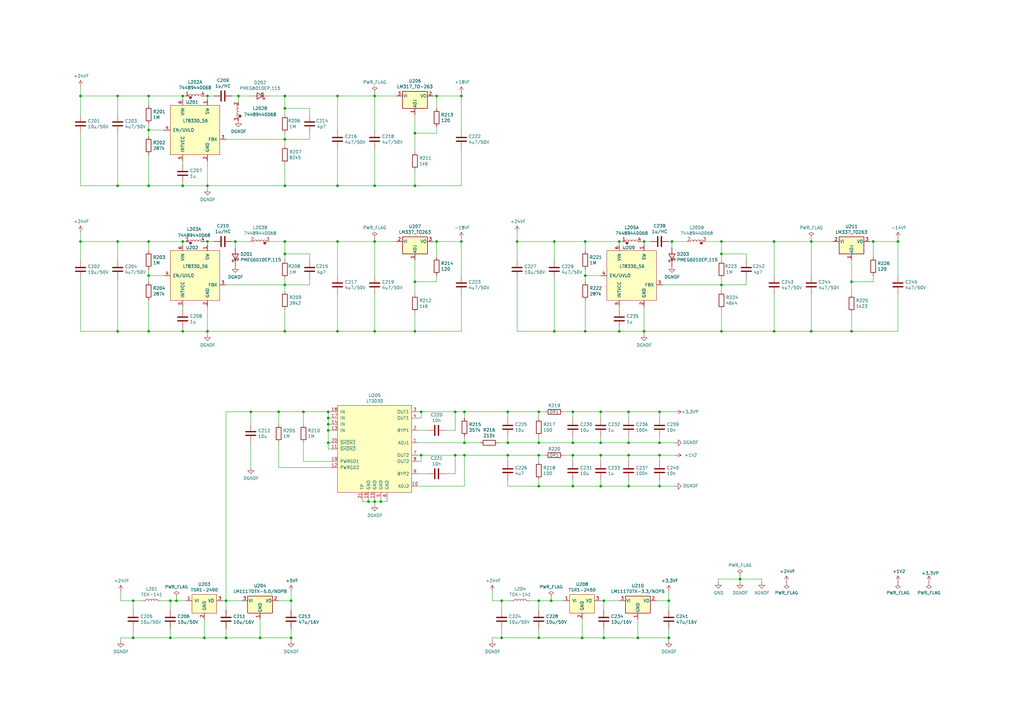
<source format=kicad_sch>
(kicad_sch (version 20231120) (generator "eeschema") (generator_version "8.0")
  (paper "A3")
  (title_block (title "Power float") (date "2020-03-07") (rev "1.0") (comment 1 "Verification done."))
  (junction (at 220.98 186.69))
  (junction (at 138.43 39.37))
  (junction (at 92.71 246.38))
  (junction (at 102.87 168.91))
  (junction (at 156.21 205.74))
  (junction (at 116.84 76.2))
  (junction (at 358.14 99.06))
  (junction (at 349.25 135.89))
  (junction (at 368.3 99.06))
  (junction (at 295.91 135.89))
  (junction (at 134.62 168.91))
  (junction (at 151.13 205.74))
  (junction (at 186.69 186.69))
  (junction (at 153.67 39.37))
  (junction (at 246.38 181.61))
  (junction (at 274.32 261.62))
  (junction (at 295.91 99.06))
  (junction (at 295.91 116.84))
  (junction (at 189.23 39.37))
  (junction (at 153.67 99.06))
  (junction (at 153.67 76.2))
  (junction (at 138.43 99.06))
  (junction (at 170.18 115.57))
  (junction (at 205.74 261.62))
  (junction (at 72.39 246.38))
  (junction (at 83.82 261.62))
  (junction (at 234.95 181.61))
  (junction (at 234.95 186.69))
  (junction (at 116.84 44.45))
  (junction (at 349.25 115.57))
  (junction (at 69.85 261.62))
  (junction (at 153.67 205.74))
  (junction (at 172.72 168.91))
  (junction (at 246.38 199.39))
  (junction (at 92.71 261.62))
  (junction (at 60.96 135.89))
  (junction (at 246.38 186.69))
  (junction (at 33.02 39.37))
  (junction (at 227.33 99.06))
  (junction (at 246.38 168.91))
  (junction (at 332.74 135.89))
  (junction (at 208.28 186.69))
  (junction (at 189.23 99.06))
  (junction (at 317.5 99.06))
  (junction (at 179.07 99.06))
  (junction (at 270.51 181.61))
  (junction (at 186.69 168.91))
  (junction (at 274.32 246.38))
  (junction (at 96.52 99.06))
  (junction (at 257.81 181.61))
  (junction (at 295.91 104.14))
  (junction (at 153.67 135.89))
  (junction (at 220.98 181.61))
  (junction (at 257.81 186.69))
  (junction (at 124.46 168.91))
  (junction (at 172.72 186.69))
  (junction (at 257.81 168.91))
  (junction (at 74.93 39.37))
  (junction (at 270.51 199.39))
  (junction (at 119.38 261.62))
  (junction (at 208.28 168.91))
  (junction (at 114.3 168.91))
  (junction (at 226.06 246.38))
  (junction (at 48.26 39.37))
  (junction (at 317.5 135.89))
  (junction (at 54.61 261.62))
  (junction (at 220.98 168.91))
  (junction (at 116.84 116.84))
  (junction (at 116.84 39.37))
  (junction (at 254 99.06))
  (junction (at 138.43 76.2))
  (junction (at 240.03 135.89))
  (junction (at 119.38 246.38))
  (junction (at 60.96 99.06))
  (junction (at 190.5 168.91))
  (junction (at 85.09 135.89))
  (junction (at 264.16 135.89))
  (junction (at 54.61 246.38))
  (junction (at 303.53 237.49))
  (junction (at 332.74 99.06))
  (junction (at 134.62 171.45))
  (junction (at 138.43 135.89))
  (junction (at 60.96 53.34))
  (junction (at 170.18 76.2))
  (junction (at 69.85 246.38))
  (junction (at 220.98 261.62))
  (junction (at 48.26 99.06))
  (junction (at 220.98 246.38))
  (junction (at 85.09 76.2))
  (junction (at 240.03 99.06))
  (junction (at 234.95 199.39))
  (junction (at 270.51 186.69))
  (junction (at 48.26 135.89))
  (junction (at 238.76 261.62))
  (junction (at 240.03 113.03))
  (junction (at 106.68 261.62))
  (junction (at 270.51 168.91))
  (junction (at 179.07 39.37))
  (junction (at 60.96 113.03))
  (junction (at 134.62 181.61))
  (junction (at 190.5 186.69))
  (junction (at 74.93 99.06))
  (junction (at 134.62 173.99))
  (junction (at 234.95 168.91))
  (junction (at 85.09 39.37))
  (junction (at 60.96 39.37))
  (junction (at 257.81 199.39))
  (junction (at 275.59 99.06))
  (junction (at 261.62 261.62))
  (junction (at 116.84 57.15))
  (junction (at 134.62 176.53))
  (junction (at 220.98 199.39))
  (junction (at 97.79 39.37))
  (junction (at 116.84 104.14))
  (junction (at 170.18 135.89))
  (junction (at 48.26 76.2))
  (junction (at 208.28 181.61))
  (junction (at 116.84 99.06))
  (junction (at 170.18 54.61))
  (junction (at 212.09 99.06))
  (junction (at 190.5 181.61))
  (junction (at 205.74 246.38))
  (junction (at 264.16 99.06))
  (junction (at 247.65 261.62))
  (junction (at 116.84 135.89))
  (junction (at 247.65 246.38))
  (junction (at 33.02 99.06))
  (junction (at 74.93 76.2))
  (junction (at 227.33 135.89))
  (junction (at 85.09 99.06))
  (junction (at 254 135.89))
  (junction (at 60.96 76.2))
  (junction (at 74.93 135.89))
  (wire (pts (xy 85.09 76.2) (xy 85.09 66.04)))
  (wire (pts (xy 264.16 99.06) (xy 264.16 100.33)))
  (wire (pts (xy 49.53 246.38) (xy 54.61 246.38)))
  (wire (pts (xy 49.53 261.62) (xy 54.61 261.62)))
  (wire (pts (xy 119.38 242.57) (xy 119.38 246.38)))
  (wire (pts (xy 189.23 135.89) (xy 189.23 120.65)))
  (wire (pts (xy 87.63 99.06) (xy 85.09 99.06)))
  (wire (pts (xy 276.86 181.61) (xy 270.51 181.61)))
  (wire (pts (xy 171.45 181.61) (xy 190.5 181.61)))
  (wire (pts (xy 33.02 35.56) (xy 33.02 39.37)))
  (wire (pts (xy 306.07 106.68) (xy 306.07 104.14)))
  (wire (pts (xy 153.67 135.89) (xy 170.18 135.89)))
  (wire (pts (xy 127 104.14) (xy 116.84 104.14)))
  (wire (pts (xy 87.63 39.37) (xy 85.09 39.37)))
  (wire (pts (xy 135.89 189.23) (xy 124.46 189.23)))
  (wire (pts (xy 54.61 261.62) (xy 69.85 261.62)))
  (wire (pts (xy 264.16 135.89) (xy 264.16 125.73)))
  (wire (pts (xy 179.07 113.03) (xy 179.07 115.57)))
  (wire (pts (xy 295.91 99.06) (xy 317.5 99.06)))
  (wire (pts (xy 247.65 257.81) (xy 247.65 261.62)))
  (wire (pts (xy 172.72 186.69) (xy 171.45 186.69)))
  (wire (pts (xy 276.86 199.39) (xy 270.51 199.39)))
  (wire (pts (xy 179.07 105.41) (xy 179.07 99.06)))
  (wire (pts (xy 134.62 181.61) (xy 134.62 176.53)))
  (wire (pts (xy 179.07 115.57) (xy 170.18 115.57)))
  (wire (pts (xy 234.95 196.85) (xy 234.95 199.39)))
  (wire (pts (xy 170.18 135.89) (xy 189.23 135.89)))
  (wire (pts (xy 134.62 173.99) (xy 134.62 171.45)))
  (wire (pts (xy 208.28 199.39) (xy 220.98 199.39)))
  (wire (pts (xy 60.96 115.57) (xy 60.96 113.03)))
  (wire (pts (xy 295.91 116.84) (xy 306.07 116.84)))
  (wire (pts (xy 60.96 113.03) (xy 60.96 110.49)))
  (wire (pts (xy 67.31 113.03) (xy 60.96 113.03)))
  (wire (pts (xy 201.93 262.89) (xy 201.93 261.62)))
  (wire (pts (xy 317.5 135.89) (xy 332.74 135.89)))
  (wire (pts (xy 264.16 137.16) (xy 264.16 135.89)))
  (wire (pts (xy 138.43 76.2) (xy 138.43 60.96)))
  (wire (pts (xy 114.3 246.38) (xy 119.38 246.38)))
  (wire (pts (xy 274.32 242.57) (xy 274.32 246.38)))
  (wire (pts (xy 148.59 204.47) (xy 148.59 205.74)))
  (wire (pts (xy 295.91 114.3) (xy 295.91 116.84)))
  (wire (pts (xy 153.67 204.47) (xy 153.67 205.74)))
  (wire (pts (xy 317.5 135.89) (xy 317.5 120.65)))
  (wire (pts (xy 208.28 181.61) (xy 220.98 181.61)))
  (wire (pts (xy 246.38 196.85) (xy 246.38 199.39)))
  (wire (pts (xy 172.72 171.45) (xy 172.72 168.91)))
  (wire (pts (xy 240.03 115.57) (xy 240.03 113.03)))
  (wire (pts (xy 95.25 99.06) (xy 96.52 99.06)))
  (wire (pts (xy 135.89 173.99) (xy 134.62 173.99)))
  (wire (pts (xy 227.33 106.68) (xy 227.33 99.06)))
  (wire (pts (xy 303.53 236.22) (xy 303.53 237.49)))
  (wire (pts (xy 135.89 181.61) (xy 134.62 181.61)))
  (wire (pts (xy 74.93 74.93) (xy 74.93 76.2)))
  (wire (pts (xy 116.84 39.37) (xy 116.84 44.45)))
  (wire (pts (xy 220.98 261.62) (xy 238.76 261.62)))
  (wire (pts (xy 349.25 135.89) (xy 368.3 135.89)))
  (wire (pts (xy 179.07 39.37) (xy 177.8 39.37)))
  (wire (pts (xy 171.45 189.23) (xy 172.72 189.23)))
  (wire (pts (xy 179.07 52.07) (xy 179.07 54.61)))
  (wire (pts (xy 212.09 114.3) (xy 212.09 135.89)))
  (wire (pts (xy 85.09 137.16) (xy 85.09 135.89)))
  (wire (pts (xy 97.79 39.37) (xy 102.87 39.37)))
  (wire (pts (xy 240.03 135.89) (xy 240.03 123.19)))
  (wire (pts (xy 358.14 99.06) (xy 356.87 99.06)))
  (wire (pts (xy 246.38 181.61) (xy 234.95 181.61)))
  (wire (pts (xy 254 246.38) (xy 247.65 246.38)))
  (wire (pts (xy 134.62 168.91) (xy 135.89 168.91)))
  (wire (pts (xy 220.98 257.81) (xy 220.98 261.62)))
  (wire (pts (xy 186.69 194.31) (xy 186.69 186.69)))
  (wire (pts (xy 48.26 114.3) (xy 48.26 135.89)))
  (wire (pts (xy 116.84 99.06) (xy 138.43 99.06)))
  (wire (pts (xy 234.95 168.91) (xy 234.95 171.45)))
  (wire (pts (xy 220.98 199.39) (xy 220.98 196.85)))
  (wire (pts (xy 201.93 246.38) (xy 205.74 246.38)))
  (wire (pts (xy 275.59 99.06) (xy 281.94 99.06)))
  (wire (pts (xy 172.72 189.23) (xy 172.72 186.69)))
  (wire (pts (xy 172.72 168.91) (xy 186.69 168.91)))
  (wire (pts (xy 189.23 38.1) (xy 189.23 39.37)))
  (wire (pts (xy 153.67 205.74) (xy 156.21 205.74)))
  (wire (pts (xy 186.69 186.69) (xy 172.72 186.69)))
  (wire (pts (xy 74.93 99.06) (xy 74.93 100.33)))
  (wire (pts (xy 254 127) (xy 254 125.73)))
  (wire (pts (xy 358.14 105.41) (xy 358.14 99.06)))
  (wire (pts (xy 33.02 135.89) (xy 48.26 135.89)))
  (wire (pts (xy 208.28 199.39) (xy 208.28 196.85)))
  (wire (pts (xy 151.13 205.74) (xy 153.67 205.74)))
  (wire (pts (xy 170.18 76.2) (xy 153.67 76.2)))
  (wire (pts (xy 247.65 261.62) (xy 261.62 261.62)))
  (wire (pts (xy 234.95 199.39) (xy 220.98 199.39)))
  (wire (pts (xy 271.78 116.84) (xy 295.91 116.84)))
  (wire (pts (xy 312.42 238.76) (xy 312.42 237.49)))
  (wire (pts (xy 54.61 246.38) (xy 58.42 246.38)))
  (wire (pts (xy 69.85 257.81) (xy 69.85 261.62)))
  (wire (pts (xy 74.93 135.89) (xy 60.96 135.89)))
  (wire (pts (xy 358.14 99.06) (xy 368.3 99.06)))
  (wire (pts (xy 127 44.45) (xy 116.84 44.45)))
  (wire (pts (xy 127 116.84) (xy 127 114.3)))
  (wire (pts (xy 226.06 246.38) (xy 231.14 246.38)))
  (wire (pts (xy 270.51 186.69) (xy 257.81 186.69)))
  (wire (pts (xy 60.96 53.34) (xy 60.96 50.8)))
  (wire (pts (xy 270.51 179.07) (xy 270.51 181.61)))
  (wire (pts (xy 127 46.99) (xy 127 44.45)))
  (wire (pts (xy 33.02 99.06) (xy 48.26 99.06)))
  (wire (pts (xy 240.03 102.87) (xy 240.03 99.06)))
  (wire (pts (xy 171.45 194.31) (xy 175.26 194.31)))
  (wire (pts (xy 110.49 99.06) (xy 116.84 99.06)))
  (wire (pts (xy 60.96 76.2) (xy 60.96 63.5)))
  (wire (pts (xy 92.71 57.15) (xy 116.84 57.15)))
  (wire (pts (xy 153.67 113.03) (xy 153.67 99.06)))
  (wire (pts (xy 60.96 135.89) (xy 60.96 123.19)))
  (wire (pts (xy 220.98 246.38) (xy 217.17 246.38)))
  (wire (pts (xy 135.89 176.53) (xy 134.62 176.53)))
  (wire (pts (xy 257.81 168.91) (xy 257.81 171.45)))
  (wire (pts (xy 190.5 186.69) (xy 186.69 186.69)))
  (wire (pts (xy 212.09 135.89) (xy 227.33 135.89)))
  (wire (pts (xy 358.14 113.03) (xy 358.14 115.57)))
  (wire (pts (xy 127 106.68) (xy 127 104.14)))
  (wire (pts (xy 274.32 99.06) (xy 275.59 99.06)))
  (wire (pts (xy 92.71 116.84) (xy 116.84 116.84)))
  (wire (pts (xy 306.07 104.14) (xy 295.91 104.14)))
  (wire (pts (xy 349.25 106.68) (xy 349.25 115.57)))
  (wire (pts (xy 246.38 179.07) (xy 246.38 181.61)))
  (wire (pts (xy 238.76 254) (xy 238.76 261.62)))
  (wire (pts (xy 270.51 181.61) (xy 257.81 181.61)))
  (wire (pts (xy 261.62 261.62) (xy 274.32 261.62)))
  (wire (pts (xy 254 135.89) (xy 240.03 135.89)))
  (wire (pts (xy 294.64 238.76) (xy 294.64 237.49)))
  (wire (pts (xy 153.67 99.06) (xy 162.56 99.06)))
  (wire (pts (xy 220.98 181.61) (xy 220.98 179.07)))
  (wire (pts (xy 295.91 135.89) (xy 317.5 135.89)))
  (wire (pts (xy 303.53 237.49) (xy 303.53 238.76)))
  (wire (pts (xy 205.74 257.81) (xy 205.74 261.62)))
  (wire (pts (xy 92.71 168.91) (xy 102.87 168.91)))
  (wire (pts (xy 116.84 135.89) (xy 85.09 135.89)))
  (wire (pts (xy 60.96 55.88) (xy 60.96 53.34)))
  (wire (pts (xy 138.43 135.89) (xy 138.43 120.65)))
  (wire (pts (xy 246.38 113.03) (xy 240.03 113.03)))
  (wire (pts (xy 170.18 46.99) (xy 170.18 54.61)))
  (wire (pts (xy 246.38 246.38) (xy 247.65 246.38)))
  (wire (pts (xy 116.84 114.3) (xy 116.84 116.84)))
  (wire (pts (xy 76.2 39.37) (xy 74.93 39.37)))
  (wire (pts (xy 234.95 168.91) (xy 231.14 168.91)))
  (wire (pts (xy 110.49 39.37) (xy 116.84 39.37)))
  (wire (pts (xy 234.95 181.61) (xy 220.98 181.61)))
  (wire (pts (xy 295.91 127) (xy 295.91 135.89)))
  (wire (pts (xy 201.93 242.57) (xy 201.93 246.38)))
  (wire (pts (xy 134.62 176.53) (xy 134.62 173.99)))
  (wire (pts (xy 116.84 57.15) (xy 127 57.15)))
  (wire (pts (xy 270.51 186.69) (xy 270.51 189.23)))
  (wire (pts (xy 317.5 113.03) (xy 317.5 99.06)))
  (wire (pts (xy 96.52 101.6) (xy 96.52 99.06)))
  (wire (pts (xy 134.62 171.45) (xy 134.62 168.91)))
  (wire (pts (xy 49.53 262.89) (xy 49.53 261.62)))
  (wire (pts (xy 60.96 39.37) (xy 74.93 39.37)))
  (wire (pts (xy 257.81 199.39) (xy 246.38 199.39)))
  (wire (pts (xy 270.51 196.85) (xy 270.51 199.39)))
  (wire (pts (xy 92.71 246.38) (xy 92.71 168.91)))
  (wire (pts (xy 170.18 54.61) (xy 170.18 62.23)))
  (wire (pts (xy 91.44 246.38) (xy 92.71 246.38)))
  (wire (pts (xy 246.38 168.91) (xy 234.95 168.91)))
  (wire (pts (xy 247.65 250.19) (xy 247.65 246.38)))
  (wire (pts (xy 69.85 250.19) (xy 69.85 246.38)))
  (wire (pts (xy 179.07 99.06) (xy 189.23 99.06)))
  (wire (pts (xy 170.18 106.68) (xy 170.18 115.57)))
  (wire (pts (xy 72.39 246.38) (xy 69.85 246.38)))
  (wire (pts (xy 186.69 176.53) (xy 182.88 176.53)))
  (wire (pts (xy 116.84 99.06) (xy 116.84 104.14)))
  (wire (pts (xy 48.26 106.68) (xy 48.26 99.06)))
  (wire (pts (xy 114.3 191.77) (xy 114.3 181.61)))
  (wire (pts (xy 238.76 261.62) (xy 247.65 261.62)))
  (wire (pts (xy 170.18 115.57) (xy 170.18 120.65)))
  (wire (pts (xy 69.85 246.38) (xy 66.04 246.38)))
  (wire (pts (xy 74.93 76.2) (xy 85.09 76.2)))
  (wire (pts (xy 332.74 120.65) (xy 332.74 135.89)))
  (wire (pts (xy 189.23 97.79) (xy 189.23 99.06)))
  (wire (pts (xy 312.42 237.49) (xy 303.53 237.49)))
  (wire (pts (xy 190.5 186.69) (xy 208.28 186.69)))
  (wire (pts (xy 179.07 44.45) (xy 179.07 39.37)))
  (wire (pts (xy 48.26 39.37) (xy 33.02 39.37)))
  (wire (pts (xy 294.64 237.49) (xy 303.53 237.49)))
  (wire (pts (xy 246.38 168.91) (xy 246.38 171.45)))
  (wire (pts (xy 274.32 250.19) (xy 274.32 246.38)))
  (wire (pts (xy 54.61 257.81) (xy 54.61 261.62)))
  (wire (pts (xy 227.33 99.06) (xy 240.03 99.06)))
  (wire (pts (xy 246.38 186.69) (xy 234.95 186.69)))
  (wire (pts (xy 116.84 44.45) (xy 116.84 46.99)))
  (wire (pts (xy 116.84 57.15) (xy 116.84 59.69)))
  (wire (pts (xy 295.91 99.06) (xy 295.91 104.14)))
  (wire (pts (xy 102.87 181.61) (xy 102.87 191.77)))
  (wire (pts (xy 153.67 39.37) (xy 162.56 39.37)))
  (wire (pts (xy 72.39 245.11) (xy 72.39 246.38)))
  (wire (pts (xy 153.67 38.1) (xy 153.67 39.37)))
  (wire (pts (xy 153.67 76.2) (xy 153.67 60.96)))
  (wire (pts (xy 368.3 135.89) (xy 368.3 120.65)))
  (wire (pts (xy 153.67 53.34) (xy 153.67 39.37)))
  (wire (pts (xy 74.93 67.31) (xy 74.93 66.04)))
  (wire (pts (xy 223.52 186.69) (xy 220.98 186.69)))
  (wire (pts (xy 196.85 181.61) (xy 190.5 181.61)))
  (wire (pts (xy 148.59 205.74) (xy 151.13 205.74)))
  (wire (pts (xy 114.3 168.91) (xy 114.3 173.99)))
  (wire (pts (xy 83.82 261.62) (xy 92.71 261.62)))
  (wire (pts (xy 76.2 246.38) (xy 72.39 246.38)))
  (wire (pts (xy 116.84 76.2) (xy 85.09 76.2)))
  (wire (pts (xy 48.26 99.06) (xy 60.96 99.06)))
  (wire (pts (xy 257.81 181.61) (xy 246.38 181.61)))
  (wire (pts (xy 257.81 168.91) (xy 246.38 168.91)))
  (wire (pts (xy 212.09 106.68) (xy 212.09 99.06)))
  (wire (pts (xy 116.84 116.84) (xy 116.84 119.38)))
  (wire (pts (xy 33.02 114.3) (xy 33.02 135.89)))
  (wire (pts (xy 106.68 261.62) (xy 119.38 261.62)))
  (wire (pts (xy 254 135.89) (xy 264.16 135.89)))
  (wire (pts (xy 124.46 189.23) (xy 124.46 181.61)))
  (wire (pts (xy 220.98 246.38) (xy 226.06 246.38)))
  (wire (pts (xy 205.74 246.38) (xy 209.55 246.38)))
  (wire (pts (xy 85.09 39.37) (xy 85.09 40.64)))
  (wire (pts (xy 269.24 246.38) (xy 274.32 246.38)))
  (wire (pts (xy 266.7 99.06) (xy 264.16 99.06)))
  (wire (pts (xy 190.5 181.61) (xy 190.5 179.07)))
  (wire (pts (xy 83.82 39.37) (xy 85.09 39.37)))
  (wire (pts (xy 317.5 99.06) (xy 332.74 99.06)))
  (wire (pts (xy 74.93 135.89) (xy 85.09 135.89)))
  (wire (pts (xy 96.52 99.06) (xy 102.87 99.06)))
  (wire (pts (xy 358.14 115.57) (xy 349.25 115.57)))
  (wire (pts (xy 135.89 184.15) (xy 134.62 184.15)))
  (wire (pts (xy 189.23 76.2) (xy 189.23 60.96)))
  (wire (pts (xy 257.81 186.69) (xy 257.81 189.23)))
  (wire (pts (xy 33.02 106.68) (xy 33.02 99.06)))
  (wire (pts (xy 220.98 171.45) (xy 220.98 168.91)))
  (wire (pts (xy 48.26 54.61) (xy 48.26 76.2)))
  (wire (pts (xy 99.06 246.38) (xy 92.71 246.38)))
  (wire (pts (xy 153.67 207.01) (xy 153.67 205.74)))
  (wire (pts (xy 220.98 168.91) (xy 208.28 168.91)))
  (wire (pts (xy 60.96 99.06) (xy 74.93 99.06)))
  (wire (pts (xy 92.71 257.81) (xy 92.71 261.62)))
  (wire (pts (xy 190.5 171.45) (xy 190.5 168.91)))
  (wire (pts (xy 33.02 76.2) (xy 48.26 76.2)))
  (wire (pts (xy 234.95 186.69) (xy 231.14 186.69)))
  (wire (pts (xy 227.33 114.3) (xy 227.33 135.89)))
  (wire (pts (xy 332.74 135.89) (xy 349.25 135.89)))
  (wire (pts (xy 170.18 76.2) (xy 189.23 76.2)))
  (wire (pts (xy 227.33 135.89) (xy 240.03 135.89)))
  (wire (pts (xy 295.91 104.14) (xy 295.91 106.68)))
  (wire (pts (xy 33.02 95.25) (xy 33.02 99.06)))
  (wire (pts (xy 295.91 116.84) (xy 295.91 119.38)))
  (wire (pts (xy 74.93 39.37) (xy 74.93 40.64)))
  (wire (pts (xy 83.82 99.06) (xy 85.09 99.06)))
  (wire (pts (xy 257.81 186.69) (xy 246.38 186.69)))
  (wire (pts (xy 212.09 99.06) (xy 227.33 99.06)))
  (wire (pts (xy 92.71 261.62) (xy 106.68 261.62)))
  (wire (pts (xy 255.27 99.06) (xy 254 99.06)))
  (wire (pts (xy 172.72 168.91) (xy 171.45 168.91)))
  (wire (pts (xy 74.93 76.2) (xy 60.96 76.2)))
  (wire (pts (xy 261.62 254) (xy 261.62 261.62)))
  (wire (pts (xy 138.43 53.34) (xy 138.43 39.37)))
  (wire (pts (xy 234.95 186.69) (xy 234.95 189.23)))
  (wire (pts (xy 69.85 261.62) (xy 83.82 261.62)))
  (wire (pts (xy 158.75 205.74) (xy 158.75 204.47)))
  (wire (pts (xy 95.25 39.37) (xy 97.79 39.37)))
  (wire (pts (xy 116.84 127) (xy 116.84 135.89)))
  (wire (pts (xy 189.23 113.03) (xy 189.23 99.06)))
  (wire (pts (xy 119.38 261.62) (xy 119.38 257.81)))
  (wire (pts (xy 67.31 53.34) (xy 60.96 53.34)))
  (wire (pts (xy 134.62 184.15) (xy 134.62 181.61)))
  (wire (pts (xy 332.74 113.03) (xy 332.74 99.06)))
  (wire (pts (xy 170.18 128.27) (xy 170.18 135.89)))
  (wire (pts (xy 127 57.15) (xy 127 54.61)))
  (wire (pts (xy 48.26 39.37) (xy 60.96 39.37)))
  (wire (pts (xy 179.07 99.06) (xy 177.8 99.06)))
  (wire (pts (xy 212.09 95.25) (xy 212.09 99.06)))
  (wire (pts (xy 274.32 261.62) (xy 274.32 257.81)))
  (wire (pts (xy 116.84 67.31) (xy 116.84 76.2)))
  (wire (pts (xy 276.86 186.69) (xy 270.51 186.69)))
  (wire (pts (xy 48.26 135.89) (xy 60.96 135.89)))
  (wire (pts (xy 85.09 135.89) (xy 85.09 125.73)))
  (wire (pts (xy 205.74 261.62) (xy 220.98 261.62)))
  (wire (pts (xy 204.47 181.61) (xy 208.28 181.61)))
  (wire (pts (xy 257.81 196.85) (xy 257.81 199.39)))
  (wire (pts (xy 138.43 113.03) (xy 138.43 99.06)))
  (wire (pts (xy 220.98 186.69) (xy 220.98 189.23)))
  (wire (pts (xy 208.28 171.45) (xy 208.28 168.91)))
  (wire (pts (xy 295.91 135.89) (xy 264.16 135.89)))
  (wire (pts (xy 171.45 171.45) (xy 172.72 171.45)))
  (wire (pts (xy 119.38 250.19) (xy 119.38 246.38)))
  (wire (pts (xy 220.98 250.19) (xy 220.98 246.38)))
  (wire (pts (xy 116.84 135.89) (xy 138.43 135.89)))
  (wire (pts (xy 33.02 46.99) (xy 33.02 39.37)))
  (wire (pts (xy 270.51 199.39) (xy 257.81 199.39)))
  (wire (pts (xy 254 134.62) (xy 254 135.89)))
  (wire (pts (xy 208.28 168.91) (xy 190.5 168.91)))
  (wire (pts (xy 138.43 76.2) (xy 153.67 76.2)))
  (wire (pts (xy 138.43 99.06) (xy 153.67 99.06)))
  (wire (pts (xy 289.56 99.06) (xy 295.91 99.06)))
  (wire (pts (xy 234.95 179.07) (xy 234.95 181.61)))
  (wire (pts (xy 306.07 116.84) (xy 306.07 114.3)))
  (wire (pts (xy 60.96 102.87) (xy 60.96 99.06)))
  (wire (pts (xy 116.84 116.84) (xy 127 116.84)))
  (wire (pts (xy 182.88 194.31) (xy 186.69 194.31)))
  (wire (pts (xy 190.5 199.39) (xy 190.5 186.69)))
  (wire (pts (xy 92.71 250.19) (xy 92.71 246.38)))
  (wire (pts (xy 208.28 186.69) (xy 208.28 189.23)))
  (wire (pts (xy 226.06 245.11) (xy 226.06 246.38)))
  (wire (pts (xy 116.84 76.2) (xy 138.43 76.2)))
  (wire (pts (xy 85.09 77.47) (xy 85.09 76.2)))
  (wire (pts (xy 205.74 250.19) (xy 205.74 246.38)))
  (wire (pts (xy 48.26 46.99) (xy 48.26 39.37)))
  (wire (pts (xy 270.51 168.91) (xy 270.51 171.45)))
  (wire (pts (xy 254 99.06) (xy 254 100.33)))
  (wire (pts (xy 106.68 254) (xy 106.68 261.62)))
  (wire (pts (xy 262.89 99.06) (xy 264.16 99.06)))
  (wire (pts (xy 83.82 254) (xy 83.82 261.62)))
  (wire (pts (xy 257.81 179.07) (xy 257.81 181.61)))
  (wire (pts (xy 114.3 168.91) (xy 102.87 168.91)))
  (wire (pts (xy 275.59 101.6) (xy 275.59 99.06)))
  (wire (pts (xy 270.51 168.91) (xy 257.81 168.91)))
  (wire (pts (xy 48.26 76.2) (xy 60.96 76.2)))
  (wire (pts (xy 186.69 168.91) (xy 186.69 176.53)))
  (wire (pts (xy 153.67 39.37) (xy 138.43 39.37)))
  (wire (pts (xy 223.52 168.91) (xy 220.98 168.91)))
  (wire (pts (xy 54.61 250.19) (xy 54.61 246.38)))
  (wire (pts (xy 368.3 97.79) (xy 368.3 99.06)))
  (wire (pts (xy 332.74 99.06) (xy 341.63 99.06)))
  (wire (pts (xy 138.43 135.89) (xy 153.67 135.89)))
  (wire (pts (xy 171.45 199.39) (xy 190.5 199.39)))
  (wire (pts (xy 153.67 120.65) (xy 153.67 135.89)))
  (wire (pts (xy 240.03 113.03) (xy 240.03 110.49)))
  (wire (pts (xy 246.38 199.39) (xy 234.95 199.39)))
  (wire (pts (xy 85.09 99.06) (xy 85.09 100.33)))
  (wire (pts (xy 135.89 191.77) (xy 114.3 191.77)))
  (wire (pts (xy 116.84 104.14) (xy 116.84 106.68)))
  (wire (pts (xy 116.84 39.37) (xy 138.43 39.37)))
  (wire (pts (xy 368.3 113.03) (xy 368.3 99.06)))
  (wire (pts (xy 156.21 205.74) (xy 158.75 205.74)))
  (wire (pts (xy 124.46 173.99) (xy 124.46 168.91)))
  (wire (pts (xy 97.79 41.91) (xy 97.79 39.37)))
  (wire (pts (xy 201.93 261.62) (xy 205.74 261.62)))
  (wire (pts (xy 179.07 54.61) (xy 170.18 54.61)))
  (wire (pts (xy 190.5 168.91) (xy 186.69 168.91)))
  (wire (pts (xy 119.38 261.62) (xy 119.38 262.89)))
  (wire (pts (xy 33.02 54.61) (xy 33.02 76.2)))
  (wire (pts (xy 189.23 53.34) (xy 189.23 39.37)))
  (wire (pts (xy 274.32 261.62) (xy 274.32 262.89)))
  (wire (pts (xy 332.74 97.79) (xy 332.74 99.06)))
  (wire (pts (xy 179.07 39.37) (xy 189.23 39.37)))
  (wire (pts (xy 153.67 97.79) (xy 153.67 99.06)))
  (wire (pts (xy 49.53 242.57) (xy 49.53 246.38)))
  (wire (pts (xy 349.25 115.57) (xy 349.25 120.65)))
  (wire (pts (xy 74.93 134.62) (xy 74.93 135.89)))
  (wire (pts (xy 124.46 168.91) (xy 134.62 168.91)))
  (wire (pts (xy 114.3 168.91) (xy 124.46 168.91)))
  (wire (pts (xy 208.28 181.61) (xy 208.28 179.07)))
  (wire (pts (xy 349.25 128.27) (xy 349.25 135.89)))
  (wire (pts (xy 208.28 186.69) (xy 220.98 186.69)))
  (wire (pts (xy 240.03 99.06) (xy 254 99.06)))
  (wire (pts (xy 102.87 168.91) (xy 102.87 173.99)))
  (wire (pts (xy 135.89 171.45) (xy 134.62 171.45)))
  (wire (pts (xy 175.26 176.53) (xy 171.45 176.53)))
  (wire (pts (xy 74.93 127) (xy 74.93 125.73)))
  (wire (pts (xy 60.96 43.18) (xy 60.96 39.37)))
  (wire (pts (xy 76.2 99.06) (xy 74.93 99.06)))
  (wire (pts (xy 116.84 54.61) (xy 116.84 57.15)))
  (wire (pts (xy 156.21 204.47) (xy 156.21 205.74)))
  (wire (pts (xy 276.86 168.91) (xy 270.51 168.91)))
  (wire (pts (xy 170.18 69.85) (xy 170.18 76.2)))
  (wire (pts (xy 246.38 186.69) (xy 246.38 189.23)))
  (wire (pts (xy 151.13 204.47) (xy 151.13 205.74)))
  (symbol (lib_id "Device:C") (at 247.65 254 0) (unit 1)
    (property "Reference" "C234" (at 250.571 252.8316 0) (effects (justify left)))
    (property "Value" "10u/16V" (at 250.571 255.143 0) (effects (justify left)))
    (property "Footprint" "Capacitor_SMD:C_1206_3216Metric_Pad1.42x1.75mm_HandSolder" (effects (hide yes)))
  )
  (symbol (lib_id "ADC_Test-rescue:LM1117-3.3-Regulator_Linear") (at 261.62 246.38 0) (unit 1)
    (property "Reference" "U210" (at 261.62 240.2332 0))
    (property "Value" "LM1117DTX-3.3/NOPB" (at 261.62 242.57 0))
    (property "Footprint" "Package_TO_SOT_SMD:TO-252-2" (effects (hide yes)))
    (property "Datasheet" "http://www.ti.com/lit/ds/symlink/lm1117.pdf" (effects (hide yes)))
  )
  (symbol (lib_id "Device:C") (at 274.32 254 0) (unit 1)
    (property "Reference" "C241" (at 277.241 252.8316 0) (effects (justify left)))
    (property "Value" "47u/16V" (at 277.241 255.143 0) (effects (justify left)))
    (property "Footprint" "Capacitor_SMD:C_1206_3216Metric_Pad1.42x1.75mm_HandSolder" (effects (hide yes)))
  )
  (symbol (lib_id "Device:C") (at 205.74 254 0) (unit 1)
    (property "Reference" "C224" (at 208.661 252.8316 0) (effects (justify left)))
    (property "Value" "10u/50V" (at 208.661 255.143 0) (effects (justify left)))
    (property "Footprint" "Capacitor_SMD:C_1206_3216Metric_Pad1.42x1.75mm_HandSolder" (effects (hide yes)))
  )
  (symbol (lib_id "Device:L") (at 213.36 246.38 90) (unit 1)
    (property "Reference" "L204" (at 213.36 241.554 90))
    (property "Value" "TCK-141" (at 213.36 243.8654 90))
    (property "Footprint" "ADC_TEST:TCK-141" (effects (hide yes)))
  )
  (symbol (lib_id "Device:C") (at 220.98 254 0) (unit 1)
    (property "Reference" "C228" (at 223.901 252.8316 0) (effects (justify left)))
    (property "Value" "10u/50V" (at 223.901 255.143 0) (effects (justify left)))
    (property "Footprint" "Capacitor_SMD:C_1206_3216Metric_Pad1.42x1.75mm_HandSolder" (effects (hide yes)))
  )
  (symbol (lib_id "ADC_TEST:LT8330_S6") (at 80.01 53.34 0) (unit 1)
    (property "Reference" "U201" (at 76.2 41.91 0) (effects (justify left)))
    (property "Value" "LT8330_S6" (at 74.93 49.53 0) (effects (justify left)))
    (property "Footprint" "Package_TO_SOT_SMD:TSOT-23-6_HandSoldering" (effects (hide yes)))
  )
  (symbol (lib_id "Device:R") (at 60.96 46.99 0) (unit 1)
    (property "Reference" "R201" (at 62.738 45.8216 0) (effects (justify left)))
    (property "Value" "1M" (at 62.738 48.133 0) (effects (justify left)))
    (property "Footprint" "Resistor_SMD:R_0603_1608Metric_Pad1.05x0.95mm_HandSolder" (effects (hide yes)))
  )
  (symbol (lib_id "Device:R") (at 60.96 59.69 0) (unit 1)
    (property "Reference" "R202" (at 62.738 58.5216 0) (effects (justify left)))
    (property "Value" "287k" (at 62.738 60.833 0) (effects (justify left)))
    (property "Footprint" "Resistor_SMD:R_0603_1608Metric_Pad1.05x0.95mm_HandSolder" (effects (hide yes)))
  )
  (symbol (lib_id "ADC_TEST:74489440068") (at 80.01 39.37 0) (unit 1)
    (property "Reference" "L202" (at 80.01 33.655 0))
    (property "Value" "74489440068" (at 80.01 35.9664 0))
    (property "Footprint" "ADC_TEST:74489440068" (effects (hide yes)))
  )
  (symbol (lib_id "ADC_TEST:74489440068") (at 80.01 99.06 0) (unit 1)
    (property "Reference" "L203" (at 82.55 93.98 0) (effects (justify right)))
    (property "Value" "74489440068" (at 86.36 96.52 0) (effects (justify right)))
    (property "Footprint" "ADC_TEST:74489440068" (effects (hide yes)))
  )
  (symbol (lib_id "Device:C") (at 74.93 71.12 0) (unit 1)
    (property "Reference" "C207" (at 77.851 69.9516 0) (effects (justify left)))
    (property "Value" "1u" (at 77.851 72.263 0) (effects (justify left)))
    (property "Footprint" "Capacitor_SMD:C_0603_1608Metric_Pad1.05x0.95mm_HandSolder" (effects (hide yes)))
  )
  (symbol (lib_id "Device:R") (at 116.84 63.5 0) (unit 1)
    (property "Reference" "R207" (at 118.618 62.3316 0) (effects (justify left)))
    (property "Value" "82k5" (at 118.618 64.643 0) (effects (justify left)))
    (property "Footprint" "Resistor_SMD:R_0603_1608Metric_Pad1.05x0.95mm_HandSolder" (effects (hide yes)))
  )
  (symbol (lib_id "Device:C") (at 91.44 39.37 270) (unit 1)
    (property "Reference" "C209" (at 91.44 32.9692 90))
    (property "Value" "1u/HC" (at 91.44 35.2806 90))
    (property "Footprint" "Capacitor_SMD:C_1206_3216Metric_Pad1.42x1.75mm_HandSolder" (effects (hide yes)))
  )
  (symbol (lib_id "Device:R") (at 116.84 50.8 0) (unit 1)
    (property "Reference" "R206" (at 118.11 49.53 0) (effects (justify left)))
    (property "Value" "1M" (at 118.618 51.943 0) (effects (justify left)))
    (property "Footprint" "Resistor_SMD:R_0603_1608Metric_Pad1.05x0.95mm_HandSolder" (effects (hide yes)))
  )
  (symbol (lib_id "Device:C") (at 138.43 57.15 0) (unit 1)
    (property "Reference" "C216" (at 141.351 55.9816 0) (effects (justify left)))
    (property "Value" "4u7/50V" (at 141.351 58.293 0) (effects (justify left)))
    (property "Footprint" "Capacitor_SMD:C_1206_3216Metric_Pad1.42x1.75mm_HandSolder" (effects (hide yes)))
  )
  (symbol (lib_id "Device:C") (at 153.67 57.15 0) (unit 1)
    (property "Reference" "C218" (at 156.591 55.9816 0) (effects (justify left)))
    (property "Value" "4u7/50V" (at 156.591 58.293 0) (effects (justify left)))
    (property "Footprint" "Capacitor_SMD:C_1206_3216Metric_Pad1.42x1.75mm_HandSolder" (effects (hide yes)))
  )
  (symbol (lib_id "Device:D_Schottky") (at 106.68 39.37 180) (unit 1)
    (property "Reference" "D202" (at 106.68 33.8836 0))
    (property "Value" "PMEG6010EP,115" (at 106.68 36.195 0))
    (property "Footprint" "Diode_SMD:D_SOD-128" (effects (hide yes)))
  )
  (symbol (lib_id "Device:C") (at 48.26 50.8 0) (unit 1)
    (property "Reference" "C203" (at 51.181 49.6316 0) (effects (justify left)))
    (property "Value" "4u7/50V" (at 51.181 51.943 0) (effects (justify left)))
    (property "Footprint" "Capacitor_SMD:C_1206_3216Metric_Pad1.42x1.75mm_HandSolder" (effects (hide yes)))
  )
  (symbol (lib_id "ADC_TEST:+24VF") (at 33.02 35.56 0) (unit 1)
    (property "Reference" "#PWR0201" (effects (hide yes)))
    (property "Value" "+24VF" (at 33.401 31.1658 0))
  )
  (symbol (lib_id "Device:C") (at 127 50.8 0) (unit 1)
    (property "Reference" "C214" (at 129.54 49.53 0) (effects (justify left)))
    (property "Value" "4p7" (at 129.921 51.943 0) (effects (justify left)))
    (property "Footprint" "Capacitor_SMD:C_0603_1608Metric_Pad1.05x0.95mm_HandSolder" (effects (hide yes)))
  )
  (symbol (lib_id "ADC_TEST:LT8330_S6") (at 80.01 113.03 0) (unit 1)
    (property "Reference" "U202" (at 76.2 101.6 0) (effects (justify left)))
    (property "Value" "LT8330_S6" (at 74.93 109.22 0) (effects (justify left)))
    (property "Footprint" "Package_TO_SOT_SMD:TSOT-23-6_HandSoldering" (effects (hide yes)))
  )
  (symbol (lib_id "Device:R") (at 60.96 106.68 0) (unit 1)
    (property "Reference" "R203" (at 62.738 105.5116 0) (effects (justify left)))
    (property "Value" "1M" (at 62.738 107.823 0) (effects (justify left)))
    (property "Footprint" "Resistor_SMD:R_0603_1608Metric_Pad1.05x0.95mm_HandSolder" (effects (hide yes)))
  )
  (symbol (lib_id "Device:R") (at 60.96 119.38 0) (unit 1)
    (property "Reference" "R204" (at 62.738 118.2116 0) (effects (justify left)))
    (property "Value" "287k" (at 62.738 120.523 0) (effects (justify left)))
    (property "Footprint" "Resistor_SMD:R_0603_1608Metric_Pad1.05x0.95mm_HandSolder" (effects (hide yes)))
  )
  (symbol (lib_id "ADC_TEST:74489440068") (at 97.79 45.72 90) (unit 2)
    (property "Reference" "L202" (at 106.68 44.45 90))
    (property "Value" "74489440068" (at 106.68 46.99 90))
    (property "Footprint" "ADC_TEST:74489440068" (effects (hide yes)))
  )
  (symbol (lib_id "ADC_TEST:74489440068") (at 106.68 99.06 0) (mirror y) (unit 2)
    (property "Reference" "L203" (at 106.68 93.345 0))
    (property "Value" "74489440068" (at 106.68 95.6564 0))
    (property "Footprint" "ADC_TEST:74489440068" (effects (hide yes)))
  )
  (symbol (lib_id "Device:C") (at 74.93 130.81 0) (unit 1)
    (property "Reference" "C208" (at 77.851 129.6416 0) (effects (justify left)))
    (property "Value" "1u" (at 77.851 131.953 0) (effects (justify left)))
    (property "Footprint" "Capacitor_SMD:C_0603_1608Metric_Pad1.05x0.95mm_HandSolder" (effects (hide yes)))
  )
  (symbol (lib_id "Device:R") (at 116.84 123.19 0) (unit 1)
    (property "Reference" "R209" (at 118.618 122.0216 0) (effects (justify left)))
    (property "Value" "39k2" (at 118.618 124.333 0) (effects (justify left)))
    (property "Footprint" "Resistor_SMD:R_0603_1608Metric_Pad1.05x0.95mm_HandSolder" (effects (hide yes)))
  )
  (symbol (lib_id "Device:C") (at 91.44 99.06 270) (unit 1)
    (property "Reference" "C210" (at 91.44 92.6592 90))
    (property "Value" "1u/HC" (at 91.44 94.9706 90))
    (property "Footprint" "Capacitor_SMD:C_1206_3216Metric_Pad1.42x1.75mm_HandSolder" (effects (hide yes)))
  )
  (symbol (lib_id "Device:R") (at 116.84 110.49 0) (unit 1)
    (property "Reference" "R208" (at 118.11 109.22 0) (effects (justify left)))
    (property "Value" "1M" (at 118.618 111.633 0) (effects (justify left)))
    (property "Footprint" "Resistor_SMD:R_0603_1608Metric_Pad1.05x0.95mm_HandSolder" (effects (hide yes)))
  )
  (symbol (lib_id "Device:C") (at 138.43 116.84 0) (unit 1)
    (property "Reference" "C217" (at 141.351 115.6716 0) (effects (justify left)))
    (property "Value" "4u7/50V" (at 141.351 117.983 0) (effects (justify left)))
    (property "Footprint" "Capacitor_SMD:C_1206_3216Metric_Pad1.42x1.75mm_HandSolder" (effects (hide yes)))
  )
  (symbol (lib_id "Device:D_Schottky") (at 96.52 105.41 90) (unit 1)
    (property "Reference" "D201" (at 98.5266 104.2416 90) (effects (justify right)))
    (property "Value" "PMEG6010EP,115" (at 98.5266 106.553 90) (effects (justify right)))
    (property "Footprint" "Diode_SMD:D_SOD-128" (effects (hide yes)))
  )
  (symbol (lib_id "Device:C") (at 48.26 110.49 0) (unit 1)
    (property "Reference" "C204" (at 51.181 109.3216 0) (effects (justify left)))
    (property "Value" "4u7/50V" (at 51.181 111.633 0) (effects (justify left)))
    (property "Footprint" "Capacitor_SMD:C_1206_3216Metric_Pad1.42x1.75mm_HandSolder" (effects (hide yes)))
  )
  (symbol (lib_id "ADC_TEST:+24VF") (at 33.02 95.25 0) (unit 1)
    (property "Reference" "#PWR0202" (effects (hide yes)))
    (property "Value" "+24VF" (at 33.401 90.8558 0))
  )
  (symbol (lib_id "Device:C") (at 153.67 116.84 0) (unit 1)
    (property "Reference" "C219" (at 156.591 115.6716 0) (effects (justify left)))
    (property "Value" "4u7/50V" (at 156.591 117.983 0) (effects (justify left)))
    (property "Footprint" "Capacitor_SMD:C_1206_3216Metric_Pad1.42x1.75mm_HandSolder" (effects (hide yes)))
  )
  (symbol (lib_id "Device:C") (at 127 110.49 0) (unit 1)
    (property "Reference" "C215" (at 129.54 109.22 0) (effects (justify left)))
    (property "Value" "4p7" (at 129.921 111.633 0) (effects (justify left)))
    (property "Footprint" "Capacitor_SMD:C_0603_1608Metric_Pad1.05x0.95mm_HandSolder" (effects (hide yes)))
  )
  (symbol (lib_id "Device:C") (at 69.85 254 0) (unit 1)
    (property "Reference" "C206" (at 72.771 252.8316 0) (effects (justify left)))
    (property "Value" "10u/50V" (at 72.771 255.143 0) (effects (justify left)))
    (property "Footprint" "Capacitor_SMD:C_1206_3216Metric_Pad1.42x1.75mm_HandSolder" (effects (hide yes)))
  )
  (symbol (lib_id "Device:L") (at 62.23 246.38 90) (unit 1)
    (property "Reference" "L201" (at 62.23 241.554 90))
    (property "Value" "TCK-141" (at 62.23 243.8654 90))
    (property "Footprint" "ADC_TEST:TCK-141" (effects (hide yes)))
  )
  (symbol (lib_id "Device:C") (at 54.61 254 0) (unit 1)
    (property "Reference" "C205" (at 57.531 252.8316 0) (effects (justify left)))
    (property "Value" "10u/50V" (at 57.531 255.143 0) (effects (justify left)))
    (property "Footprint" "Capacitor_SMD:C_1206_3216Metric_Pad1.42x1.75mm_HandSolder" (effects (hide yes)))
  )
  (symbol (lib_id "ADC_TEST:TSR1-2450") (at 83.82 247.65 0) (unit 1)
    (property "Reference" "U203" (at 83.82 239.649 0))
    (property "Value" "TSR1-2490" (at 83.82 241.9604 0))
    (property "Footprint" "ADC_TEST:TSR1" (effects (hide yes)))
  )
  (symbol (lib_id "Device:C") (at 119.38 254 0) (unit 1)
    (property "Reference" "C213" (at 122.301 252.8316 0) (effects (justify left)))
    (property "Value" "47u/16V" (at 122.301 255.143 0) (effects (justify left)))
    (property "Footprint" "Capacitor_SMD:C_1206_3216Metric_Pad1.42x1.75mm_HandSolder" (effects (hide yes)))
  )
  (symbol (lib_id "ADC_Test-rescue:LM1117-3.3-Regulator_Linear") (at 106.68 246.38 0) (unit 1)
    (property "Reference" "U204" (at 106.68 240.2332 0))
    (property "Value" "LM1117DTX-5.0/NOPB" (at 106.68 242.57 0))
    (property "Footprint" "Package_TO_SOT_SMD:TO-252-2" (effects (hide yes)))
    (property "Datasheet" "http://www.ti.com/lit/ds/symlink/lm1117.pdf" (effects (hide yes)))
  )
  (symbol (lib_id "Device:C") (at 92.71 254 0) (unit 1)
    (property "Reference" "C211" (at 95.631 252.8316 0) (effects (justify left)))
    (property "Value" "10u/16V" (at 95.631 255.143 0) (effects (justify left)))
    (property "Footprint" "Capacitor_SMD:C_1206_3216Metric_Pad1.42x1.75mm_HandSolder" (effects (hide yes)))
  )
  (symbol (lib_id "ADC_TEST:+24VF") (at 49.53 242.57 0) (unit 1)
    (property "Reference" "#PWR0203" (effects (hide yes)))
    (property "Value" "+24VF" (at 49.911 238.1758 0))
  )
  (symbol (lib_id "ADC_TEST:+5VF") (at 119.38 242.57 0) (unit 1)
    (property "Reference" "#PWR0210" (effects (hide yes)))
    (property "Value" "+5VF" (at 119.761 238.1758 0))
  )
  (symbol (lib_id "ADC_TEST:DGNDF") (at 85.09 77.47 0) (unit 1)
    (property "Reference" "#PWR0205" (effects (hide yes)))
    (property "Value" "DGNDF" (at 85.217 81.8642 0))
  )
  (symbol (lib_id "ADC_TEST:DGNDF") (at 97.79 49.53 0) (unit 1)
    (property "Reference" "#PWR0208" (effects (hide yes)))
    (property "Value" "DGNDF" (at 97.917 53.9242 0))
  )
  (symbol (lib_id "ADC_TEST:DGNDF") (at 85.09 137.16 0) (unit 1)
    (property "Reference" "#PWR0206" (effects (hide yes)))
    (property "Value" "DGNDF" (at 85.217 141.5542 0))
  )
  (symbol (lib_id "ADC_TEST:DGNDF") (at 49.53 262.89 0) (unit 1)
    (property "Reference" "#PWR0204" (effects (hide yes)))
    (property "Value" "DGNDF" (at 49.657 267.2842 0))
  )
  (symbol (lib_id "ADC_TEST:DGNDF") (at 119.38 262.89 0) (unit 1)
    (property "Reference" "#PWR0211" (effects (hide yes)))
    (property "Value" "DGNDF" (at 119.507 267.2842 0))
  )
  (symbol (lib_id "ADC_TEST:DGNDF") (at 274.32 262.89 0) (unit 1)
    (property "Reference" "#PWR0220" (effects (hide yes)))
    (property "Value" "DGNDF" (at 274.447 267.2842 0))
  )
  (symbol (lib_id "ADC_TEST:DGNDF") (at 201.93 262.89 0) (unit 1)
    (property "Reference" "#PWR0216" (effects (hide yes)))
    (property "Value" "DGNDF" (at 202.057 267.2842 0))
  )
  (symbol (lib_id "ADC_TEST:+3.3VF") (at 274.32 242.57 0) (unit 1)
    (property "Reference" "#PWR0219" (effects (hide yes)))
    (property "Value" "+3.3VF" (at 274.701 238.1758 0))
  )
  (symbol (lib_id "ADC_TEST:+24VF") (at 201.93 242.57 0) (unit 1)
    (property "Reference" "#PWR0215" (effects (hide yes)))
    (property "Value" "+24VF" (at 202.311 238.1758 0))
  )
  (symbol (lib_id "Device:C") (at 33.02 110.49 0) (unit 1)
    (property "Reference" "C202" (at 35.941 109.3216 0) (effects (justify left)))
    (property "Value" "10u/50V" (at 35.941 111.633 0) (effects (justify left)))
    (property "Footprint" "Capacitor_SMD:C_1206_3216Metric_Pad1.42x1.75mm_HandSolder" (effects (hide yes)))
  )
  (symbol (lib_id "Device:C") (at 33.02 50.8 0) (unit 1)
    (property "Reference" "C201" (at 35.941 49.6316 0) (effects (justify left)))
    (property "Value" "10u/50V" (at 35.941 51.943 0) (effects (justify left)))
    (property "Footprint" "Capacitor_SMD:C_1206_3216Metric_Pad1.42x1.75mm_HandSolder" (effects (hide yes)))
  )
  (symbol (lib_id "Device:C") (at 234.95 175.26 0) (unit 1)
    (property "Reference" "C230" (at 237.871 174.0916 0) (effects (justify left)))
    (property "Value" "10u" (at 237.871 176.403 0) (effects (justify left)))
    (property "Footprint" "Capacitor_SMD:C_0805_2012Metric_Pad1.15x1.40mm_HandSolder" (effects (hide yes)))
  )
  (symbol (lib_id "Device:C") (at 246.38 175.26 0) (unit 1)
    (property "Reference" "C232" (at 249.301 174.0916 0) (effects (justify left)))
    (property "Value" "1u" (at 249.301 176.403 0) (effects (justify left)))
    (property "Footprint" "Capacitor_SMD:C_0603_1608Metric_Pad1.05x0.95mm_HandSolder" (effects (hide yes)))
  )
  (symbol (lib_id "Device:C") (at 257.81 175.26 0) (unit 1)
    (property "Reference" "C236" (at 260.731 174.0916 0) (effects (justify left)))
    (property "Value" "100n" (at 260.731 176.403 0) (effects (justify left)))
    (property "Footprint" "Capacitor_SMD:C_0603_1608Metric_Pad1.05x0.95mm_HandSolder" (effects (hide yes)))
  )
  (symbol (lib_id "Device:C") (at 270.51 175.26 0) (unit 1)
    (property "Reference" "C239" (at 273.431 174.0916 0) (effects (justify left)))
    (property "Value" "10n" (at 273.431 176.403 0) (effects (justify left)))
    (property "Footprint" "Capacitor_SMD:C_0603_1608Metric_Pad1.05x0.95mm_HandSolder" (effects (hide yes)))
  )
  (symbol (lib_id "Device:C") (at 189.23 57.15 0) (unit 1)
    (property "Reference" "C222" (at 192.151 55.9816 0) (effects (justify left)))
    (property "Value" "4u7/50V" (at 192.151 58.293 0) (effects (justify left)))
    (property "Footprint" "Capacitor_SMD:C_1206_3216Metric_Pad1.42x1.75mm_HandSolder" (effects (hide yes)))
  )
  (symbol (lib_id "power:PWR_FLAG") (at 72.39 245.11 0) (unit 1)
    (property "Reference" "#FLG0201" (effects (hide yes)))
    (property "Value" "PWR_FLAG" (at 72.39 240.7158 0))
  )
  (symbol (lib_id "Device:C") (at 189.23 116.84 0) (unit 1)
    (property "Reference" "C223" (at 192.151 115.6716 0) (effects (justify left)))
    (property "Value" "4u7/50V" (at 192.151 117.983 0) (effects (justify left)))
    (property "Footprint" "Capacitor_SMD:C_1206_3216Metric_Pad1.42x1.75mm_HandSolder" (effects (hide yes)))
  )
  (symbol (lib_id "power:PWR_FLAG") (at 226.06 245.11 0) (unit 1)
    (property "Reference" "#FLG0204" (effects (hide yes)))
    (property "Value" "PWR_FLAG" (at 226.06 240.7158 0))
  )
  (symbol (lib_id "ADC_TEST:TSR1-2450") (at 238.76 247.65 0) (unit 1)
    (property "Reference" "U208" (at 238.76 239.649 0))
    (property "Value" "TSR1-2450" (at 238.76 241.9604 0))
    (property "Footprint" "ADC_TEST:TSR1" (effects (hide yes)))
  )
  (symbol (lib_id "Device:C") (at 257.81 193.04 0) (unit 1)
    (property "Reference" "C237" (at 260.731 191.8716 0) (effects (justify left)))
    (property "Value" "100n" (at 260.731 194.183 0) (effects (justify left)))
    (property "Footprint" "Capacitor_SMD:C_0603_1608Metric_Pad1.05x0.95mm_HandSolder" (effects (hide yes)))
  )
  (symbol (lib_id "Device:C") (at 246.38 193.04 0) (unit 1)
    (property "Reference" "C233" (at 249.301 191.8716 0) (effects (justify left)))
    (property "Value" "1u" (at 249.301 194.183 0) (effects (justify left)))
    (property "Footprint" "Capacitor_SMD:C_0603_1608Metric_Pad1.05x0.95mm_HandSolder" (effects (hide yes)))
  )
  (symbol (lib_id "Device:C") (at 234.95 193.04 0) (unit 1)
    (property "Reference" "C231" (at 237.871 191.8716 0) (effects (justify left)))
    (property "Value" "10u" (at 237.871 194.183 0) (effects (justify left)))
    (property "Footprint" "Capacitor_SMD:C_0805_2012Metric_Pad1.15x1.40mm_HandSolder" (effects (hide yes)))
  )
  (symbol (lib_id "Device:C") (at 270.51 193.04 0) (unit 1)
    (property "Reference" "C240" (at 273.431 191.8716 0) (effects (justify left)))
    (property "Value" "10n" (at 273.431 194.183 0) (effects (justify left)))
    (property "Footprint" "Capacitor_SMD:C_0603_1608Metric_Pad1.05x0.95mm_HandSolder" (effects (hide yes)))
  )
  (symbol (lib_id "power:PWR_FLAG") (at 153.67 38.1 0) (unit 1)
    (property "Reference" "#FLG0202" (effects (hide yes)))
    (property "Value" "PWR_FLAG" (at 153.67 33.7058 0))
  )
  (symbol (lib_id "power:PWR_FLAG") (at 153.67 97.79 0) (unit 1)
    (property "Reference" "#FLG0203" (effects (hide yes)))
    (property "Value" "PWR_FLAG" (at 153.67 93.3958 0))
  )
  (symbol (lib_id "ADC_TEST:DGNDF") (at 303.53 238.76 0) (unit 1)
    (property "Reference" "#PWR0227" (effects (hide yes)))
    (property "Value" "DGNDF" (at 303.657 243.1542 0))
  )
  (symbol (lib_id "ADC_TEST:AGNDF") (at 312.42 238.76 0) (unit 1)
    (property "Reference" "#PWR0228" (effects (hide yes)))
    (property "Value" "AGNDF" (at 312.547 243.1542 0))
  )
  (symbol (lib_id "ADC_TEST:LT3030") (at 153.67 184.15 0) (unit 1)
    (property "Reference" "U205" (at 153.67 162.179 0))
    (property "Value" "LT3030" (at 153.67 164.4904 0))
    (property "Footprint" "Package_SO:ETSSOP-20-1EP_4.4x6.5mm_P0.65mm_EP3x4.2mm" (effects (hide yes)))
  )
  (symbol (lib_id "ADC_TEST:DGNDF") (at 153.67 207.01 0) (unit 1)
    (property "Reference" "#PWR0212" (effects (hide yes)))
    (property "Value" "DGNDF" (at 153.797 211.4042 0))
  )
  (symbol (lib_id "Device:R") (at 124.46 177.8 0) (unit 1)
    (property "Reference" "R210" (at 126.238 176.6316 0) (effects (justify left)))
    (property "Value" "1M" (at 126.238 178.943 0) (effects (justify left)))
    (property "Footprint" "Resistor_SMD:R_0603_1608Metric_Pad1.05x0.95mm_HandSolder" (effects (hide yes)))
  )
  (symbol (lib_id "Device:R") (at 114.3 177.8 0) (unit 1)
    (property "Reference" "R205" (at 116.078 176.6316 0) (effects (justify left)))
    (property "Value" "1M" (at 116.078 178.943 0) (effects (justify left)))
    (property "Footprint" "Resistor_SMD:R_0603_1608Metric_Pad1.05x0.95mm_HandSolder" (effects (hide yes)))
  )
  (symbol (lib_id "Device:C") (at 102.87 177.8 0) (unit 1)
    (property "Reference" "C212" (at 105.791 176.6316 0) (effects (justify left)))
    (property "Value" "10u" (at 105.791 178.943 0) (effects (justify left)))
    (property "Footprint" "Capacitor_SMD:C_0805_2012Metric_Pad1.15x1.40mm_HandSolder" (effects (hide yes)))
  )
  (symbol (lib_id "ADC_TEST:DGNDF") (at 102.87 191.77 0) (unit 1)
    (property "Reference" "#PWR0209" (effects (hide yes)))
    (property "Value" "DGNDF" (at 102.997 196.1642 0))
  )
  (symbol (lib_id "Device:C") (at 179.07 176.53 270) (unit 1)
    (property "Reference" "C220" (at 179.07 170.1292 90))
    (property "Value" "10n" (at 179.07 172.4406 90))
    (property "Footprint" "Capacitor_SMD:C_0603_1608Metric_Pad1.05x0.95mm_HandSolder" (effects (hide yes)))
  )
  (symbol (lib_id "Device:R") (at 190.5 175.26 0) (unit 1)
    (property "Reference" "R215" (at 192.278 174.0916 0) (effects (justify left)))
    (property "Value" "357k" (at 192.278 176.403 0) (effects (justify left)))
    (property "Footprint" "Resistor_SMD:R_0603_1608Metric_Pad1.05x0.95mm_HandSolder" (effects (hide yes)))
  )
  (symbol (lib_id "Device:R") (at 200.66 181.61 270) (unit 1)
    (property "Reference" "R216" (at 200.66 176.3522 90))
    (property "Value" "210k" (at 200.66 178.6636 90))
    (property "Footprint" "Resistor_SMD:R_0603_1608Metric_Pad1.05x0.95mm_HandSolder" (effects (hide yes)))
  )
  (symbol (lib_id "Device:C") (at 208.28 175.26 0) (unit 1)
    (property "Reference" "C225" (at 211.201 174.0916 0) (effects (justify left)))
    (property "Value" "10u" (at 211.201 176.403 0) (effects (justify left)))
    (property "Footprint" "Capacitor_SMD:C_0805_2012Metric_Pad1.15x1.40mm_HandSolder" (effects (hide yes)))
  )
  (symbol (lib_id "Device:R") (at 227.33 168.91 270) (unit 1)
    (property "Reference" "R219" (at 227.33 166.37 90))
    (property "Value" "0R1" (at 227.33 168.91 90))
    (property "Footprint" "Resistor_SMD:R_0805_2012Metric_Pad1.15x1.40mm_HandSolder" (effects (hide yes)))
  )
  (symbol (lib_id "Device:C") (at 179.07 194.31 270) (unit 1)
    (property "Reference" "C221" (at 179.07 187.9092 90))
    (property "Value" "10n" (at 179.07 190.2206 90))
    (property "Footprint" "Capacitor_SMD:C_0603_1608Metric_Pad1.05x0.95mm_HandSolder" (effects (hide yes)))
  )
  (symbol (lib_id "ADC_TEST:DGNDF") (at 276.86 181.61 90) (unit 1)
    (property "Reference" "#PWR0223" (effects (hide yes)))
    (property "Value" "DGNDF" (at 280.1112 181.483 90) (effects (justify right)))
  )
  (symbol (lib_id "power:+3.3VP") (at 276.86 168.91 270) (unit 1)
    (property "Reference" "#PWR0222" (effects (hide yes)))
    (property "Value" "+3.3VP" (at 279.4 168.91 90) (effects (justify left)))
  )
  (symbol (lib_id "Device:R") (at 220.98 175.26 0) (unit 1)
    (property "Reference" "R217" (at 222.758 174.0916 0) (effects (justify left)))
    (property "Value" "100" (at 222.758 176.403 0) (effects (justify left)))
    (property "Footprint" "Resistor_SMD:R_0603_1608Metric_Pad1.05x0.95mm_HandSolder" (effects (hide yes)))
  )
  (symbol (lib_id "Device:C") (at 208.28 193.04 0) (unit 1)
    (property "Reference" "C226" (at 211.201 191.8716 0) (effects (justify left)))
    (property "Value" "4u7" (at 211.201 194.183 0) (effects (justify left)))
    (property "Footprint" "Capacitor_SMD:C_0805_2012Metric_Pad1.15x1.40mm_HandSolder" (effects (hide yes)))
  )
  (symbol (lib_id "Device:R") (at 220.98 193.04 0) (unit 1)
    (property "Reference" "R218" (at 222.758 191.8716 0) (effects (justify left)))
    (property "Value" "100" (at 222.758 194.183 0) (effects (justify left)))
    (property "Footprint" "Resistor_SMD:R_0603_1608Metric_Pad1.05x0.95mm_HandSolder" (effects (hide yes)))
  )
  (symbol (lib_id "Device:R") (at 227.33 186.69 270) (unit 1)
    (property "Reference" "R220" (at 227.33 184.15 90))
    (property "Value" "0R1" (at 227.33 186.69 90))
    (property "Footprint" "Resistor_SMD:R_0805_2012Metric_Pad1.15x1.40mm_HandSolder" (effects (hide yes)))
  )
  (symbol (lib_id "ADC_TEST:DGNDF") (at 276.86 199.39 90) (unit 1)
    (property "Reference" "#PWR0225" (effects (hide yes)))
    (property "Value" "DGNDF" (at 280.1112 199.263 90) (effects (justify right)))
  )
  (symbol (lib_id "power:+1V2") (at 276.86 186.69 270) (unit 1)
    (property "Reference" "#PWR0224" (effects (hide yes)))
    (property "Value" "+1V2" (at 280.67 186.69 90) (effects (justify left)))
  )
  (symbol (lib_id "power:PWR_FLAG") (at 303.53 236.22 0) (unit 1)
    (property "Reference" "#FLG0205" (effects (hide yes)))
    (property "Value" "PWR_FLAG" (at 303.53 231.8258 0))
  )
  (symbol (lib_id "ADC_TEST:+24VF") (at 322.58 238.76 0) (unit 1)
    (property "Reference" "#PWR0229" (effects (hide yes)))
    (property "Value" "+24VF" (at 322.961 234.3658 0))
  )
  (symbol (lib_id "ADC_TEST:DGNDF") (at 96.52 109.22 0) (unit 1)
    (property "Reference" "#PWR0207" (effects (hide yes)))
    (property "Value" "DGNDF" (at 96.647 113.6142 0))
  )
  (symbol (lib_id "power:PWR_FLAG") (at 322.58 238.76 180) (unit 1)
    (property "Reference" "#FLG0206" (effects (hide yes)))
    (property "Value" "PWR_FLAG" (at 322.58 243.1542 0))
  )
  (symbol (lib_id "power:PWR_FLAG") (at 368.3 238.76 180) (unit 1)
    (property "Reference" "#FLG0208" (effects (hide yes)))
    (property "Value" "PWR_FLAG" (at 368.3 243.1542 0))
  )
  (symbol (lib_id "power:+1V2") (at 368.3 238.76 0) (unit 1)
    (property "Reference" "#PWR0231" (effects (hide yes)))
    (property "Value" "+1V2" (at 368.681 234.3658 0))
  )
  (symbol (lib_id "power:PWR_FLAG") (at 381 238.76 180) (unit 1)
    (property "Reference" "#FLG0209" (effects (hide yes)))
    (property "Value" "PWR_FLAG" (at 381 243.1542 0))
  )
  (symbol (lib_id "power:+3.3VP") (at 381 238.76 0) (unit 1)
    (property "Reference" "#PWR0232" (effects (hide yes)))
    (property "Value" "+3.3VP" (at 381.508 235.1278 0))
  )
  (symbol (lib_id "power:GND") (at 294.64 238.76 0) (unit 1)
    (property "Reference" "#PWR0226" (effects (hide yes)))
    (property "Value" "GND" (at 294.767 243.1542 0))
  )
  (symbol (lib_id "Regulator_Linear:LM317_TO-263") (at 170.18 39.37 0) (unit 1)
    (property "Reference" "U206" (at 170.18 33.2232 0))
    (property "Value" "LM317_TO-263" (at 170.18 35.5346 0))
    (property "Footprint" "Package_TO_SOT_SMD:TO-263-2" (effects (hide yes)))
    (property "Datasheet" "http://www.ti.com/lit/ds/symlink/lm317.pdf" (effects (hide yes)))
  )
  (symbol (lib_id "ADC_TEST:+18VF") (at 189.23 38.1 0) (unit 1)
    (property "Reference" "#PWR0213" (effects (hide yes)))
    (property "Value" "+18VF" (at 189.611 33.7058 0))
  )
  (symbol (lib_id "Device:R") (at 170.18 66.04 0) (unit 1)
    (property "Reference" "R211" (at 171.958 64.8716 0) (effects (justify left)))
    (property "Value" "1k6" (at 171.958 67.183 0) (effects (justify left)))
    (property "Footprint" "Resistor_SMD:R_0603_1608Metric_Pad1.05x0.95mm_HandSolder" (effects (hide yes)))
  )
  (symbol (lib_id "Device:R") (at 179.07 48.26 0) (unit 1)
    (property "Reference" "R213" (at 180.848 47.0916 0) (effects (justify left)))
    (property "Value" "120" (at 180.848 49.403 0) (effects (justify left)))
    (property "Footprint" "Resistor_SMD:R_0603_1608Metric_Pad1.05x0.95mm_HandSolder" (effects (hide yes)))
  )
  (symbol (lib_id "Regulator_Linear:LM337_TO263") (at 170.18 99.06 0) (mirror x) (unit 1)
    (property "Reference" "U207" (at 170.18 92.9132 0))
    (property "Value" "LM337_TO263" (at 170.18 95.2246 0))
    (property "Footprint" "Package_TO_SOT_SMD:TO-263-2" (effects (hide yes)))
    (property "Datasheet" "https://www.onsemi.com/pub/Collateral/LM337-D.PDF" (effects (hide yes)))
  )
  (symbol (lib_id "Device:R") (at 170.18 124.46 0) (unit 1)
    (property "Reference" "R212" (at 171.958 123.2916 0) (effects (justify left)))
    (property "Value" "1k6" (at 171.958 125.603 0) (effects (justify left)))
    (property "Footprint" "Resistor_SMD:R_0603_1608Metric_Pad1.05x0.95mm_HandSolder" (effects (hide yes)))
  )
  (symbol (lib_id "Device:R") (at 179.07 109.22 0) (unit 1)
    (property "Reference" "R214" (at 180.848 108.0516 0) (effects (justify left)))
    (property "Value" "120" (at 180.848 110.363 0) (effects (justify left)))
    (property "Footprint" "Resistor_SMD:R_0603_1608Metric_Pad1.05x0.95mm_HandSolder" (effects (hide yes)))
  )
  (symbol (lib_id "ADC_TEST:-18VF") (at 189.23 97.79 0) (unit 1)
    (property "Reference" "#PWR0214" (effects (hide yes)))
    (property "Value" "-18VF" (at 189.611 93.3958 0))
  )
  (symbol (lib_id "ADC_TEST:LT8330_S6") (at 259.08 113.03 0) (unit 1)
    (property "Reference" "U209" (at 255.27 101.6 0) (effects (justify left)))
    (property "Value" "LT8330_S6" (at 254 109.22 0) (effects (justify left)))
    (property "Footprint" "Package_TO_SOT_SMD:TSOT-23-6_HandSoldering" (effects (hide yes)))
  )
  (symbol (lib_id "Device:R") (at 240.03 106.68 0) (unit 1)
    (property "Reference" "R221" (at 241.808 105.5116 0) (effects (justify left)))
    (property "Value" "1M" (at 241.808 107.823 0) (effects (justify left)))
    (property "Footprint" "Resistor_SMD:R_0603_1608Metric_Pad1.05x0.95mm_HandSolder" (effects (hide yes)))
  )
  (symbol (lib_id "Device:R") (at 240.03 119.38 0) (unit 1)
    (property "Reference" "R222" (at 241.808 118.2116 0) (effects (justify left)))
    (property "Value" "287k" (at 241.808 120.523 0) (effects (justify left)))
    (property "Footprint" "Resistor_SMD:R_0603_1608Metric_Pad1.05x0.95mm_HandSolder" (effects (hide yes)))
  )
  (symbol (lib_id "ADC_TEST:74489440068") (at 259.08 99.06 0) (unit 1)
    (property "Reference" "L205" (at 259.08 93.345 0))
    (property "Value" "74489440068" (at 259.08 95.6564 0))
    (property "Footprint" "ADC_TEST:74489440068" (effects (hide yes)))
  )
  (symbol (lib_id "ADC_TEST:74489440068") (at 285.75 99.06 0) (mirror y) (unit 2)
    (property "Reference" "L205" (at 285.75 93.345 0))
    (property "Value" "74489440068" (at 285.75 95.6564 0))
    (property "Footprint" "ADC_TEST:74489440068" (effects (hide yes)))
  )
  (symbol (lib_id "Device:C") (at 254 130.81 0) (unit 1)
    (property "Reference" "C235" (at 256.921 129.6416 0) (effects (justify left)))
    (property "Value" "1u" (at 256.921 131.953 0) (effects (justify left)))
    (property "Footprint" "Capacitor_SMD:C_0603_1608Metric_Pad1.05x0.95mm_HandSolder" (effects (hide yes)))
  )
  (symbol (lib_id "Device:R") (at 295.91 123.19 0) (unit 1)
    (property "Reference" "R224" (at 297.688 122.0216 0) (effects (justify left)))
    (property "Value" "46k4" (at 297.688 124.333 0) (effects (justify left)))
    (property "Footprint" "Resistor_SMD:R_0603_1608Metric_Pad1.05x0.95mm_HandSolder" (effects (hide yes)))
  )
  (symbol (lib_id "Device:R") (at 295.91 110.49 0) (unit 1)
    (property "Reference" "R223" (at 297.18 109.22 0) (effects (justify left)))
    (property "Value" "1M" (at 297.688 111.633 0) (effects (justify left)))
    (property "Footprint" "Resistor_SMD:R_0603_1608Metric_Pad1.05x0.95mm_HandSolder" (effects (hide yes)))
  )
  (symbol (lib_id "Device:C") (at 317.5 116.84 0) (unit 1)
    (property "Reference" "C243" (at 320.421 115.6716 0) (effects (justify left)))
    (property "Value" "4u7/50V" (at 320.421 117.983 0) (effects (justify left)))
    (property "Footprint" "Capacitor_SMD:C_1206_3216Metric_Pad1.42x1.75mm_HandSolder" (effects (hide yes)))
  )
  (symbol (lib_id "Device:C") (at 227.33 110.49 0) (unit 1)
    (property "Reference" "C229" (at 230.251 109.3216 0) (effects (justify left)))
    (property "Value" "4u7/50V" (at 230.251 111.633 0) (effects (justify left)))
    (property "Footprint" "Capacitor_SMD:C_1206_3216Metric_Pad1.42x1.75mm_HandSolder" (effects (hide yes)))
  )
  (symbol (lib_id "ADC_TEST:+24VF") (at 212.09 95.25 0) (unit 1)
    (property "Reference" "#PWR0217" (effects (hide yes)))
    (property "Value" "+24VF" (at 212.471 90.8558 0))
  )
  (symbol (lib_id "Device:C") (at 306.07 110.49 0) (unit 1)
    (property "Reference" "C242" (at 308.61 109.22 0) (effects (justify left)))
    (property "Value" "4p7" (at 308.991 111.633 0) (effects (justify left)))
    (property "Footprint" "Capacitor_SMD:C_0603_1608Metric_Pad1.05x0.95mm_HandSolder" (effects (hide yes)))
  )
  (symbol (lib_id "ADC_TEST:DGNDF") (at 264.16 137.16 0) (unit 1)
    (property "Reference" "#PWR0218" (effects (hide yes)))
    (property "Value" "DGNDF" (at 264.287 141.5542 0))
  )
  (symbol (lib_id "Device:C") (at 368.3 116.84 0) (unit 1)
    (property "Reference" "C245" (at 371.221 115.6716 0) (effects (justify left)))
    (property "Value" "4u7/50V" (at 371.221 117.983 0) (effects (justify left)))
    (property "Footprint" "Capacitor_SMD:C_1206_3216Metric_Pad1.42x1.75mm_HandSolder" (effects (hide yes)))
  )
  (symbol (lib_id "Device:C") (at 270.51 99.06 270) (unit 1)
    (property "Reference" "C238" (at 270.51 92.6592 90))
    (property "Value" "1u/HC" (at 270.51 94.9706 90))
    (property "Footprint" "Capacitor_SMD:C_1206_3216Metric_Pad1.42x1.75mm_HandSolder" (effects (hide yes)))
  )
  (symbol (lib_id "ADC_TEST:DGNDF") (at 275.59 109.22 0) (unit 1)
    (property "Reference" "#PWR0221" (effects (hide yes)))
    (property "Value" "DGNDF" (at 275.717 113.6142 0))
  )
  (symbol (lib_id "Device:D_Schottky") (at 275.59 105.41 90) (unit 1)
    (property "Reference" "D203" (at 277.5966 104.2416 90) (effects (justify right)))
    (property "Value" "PMEG6010EP,115" (at 277.5966 106.553 90) (effects (justify right)))
    (property "Footprint" "Diode_SMD:D_SOD-128" (effects (hide yes)))
  )
  (symbol (lib_id "Device:C") (at 212.09 110.49 0) (unit 1)
    (property "Reference" "C227" (at 215.011 109.3216 0) (effects (justify left)))
    (property "Value" "10u/50V" (at 215.011 111.633 0) (effects (justify left)))
    (property "Footprint" "Capacitor_SMD:C_1206_3216Metric_Pad1.42x1.75mm_HandSolder" (effects (hide yes)))
  )
  (symbol (lib_id "Device:C") (at 332.74 116.84 0) (unit 1)
    (property "Reference" "C244" (at 335.661 115.6716 0) (effects (justify left)))
    (property "Value" "4u7/50V" (at 335.661 117.983 0) (effects (justify left)))
    (property "Footprint" "Capacitor_SMD:C_1206_3216Metric_Pad1.42x1.75mm_HandSolder" (effects (hide yes)))
  )
  (symbol (lib_id "power:PWR_FLAG") (at 332.74 97.79 0) (unit 1)
    (property "Reference" "#FLG0207" (effects (hide yes)))
    (property "Value" "PWR_FLAG" (at 332.74 93.3958 0))
  )
  (symbol (lib_id "Regulator_Linear:LM337_TO263") (at 349.25 99.06 0) (mirror x) (unit 1)
    (property "Reference" "U211" (at 349.25 92.9132 0))
    (property "Value" "LM337_TO263" (at 349.25 95.2246 0))
    (property "Footprint" "Package_TO_SOT_SMD:TO-263-2" (effects (hide yes)))
    (property "Datasheet" "https://www.onsemi.com/pub/Collateral/LM337-D.PDF" (effects (hide yes)))
  )
  (symbol (lib_id "Device:R") (at 349.25 124.46 0) (unit 1)
    (property "Reference" "R225" (at 351.028 123.2916 0) (effects (justify left)))
    (property "Value" "1k23" (at 351.028 125.603 0) (effects (justify left)))
    (property "Footprint" "Resistor_SMD:R_0603_1608Metric_Pad1.05x0.95mm_HandSolder" (effects (hide yes)))
  )
  (symbol (lib_id "Device:R") (at 358.14 109.22 0) (unit 1)
    (property "Reference" "R226" (at 359.918 108.0516 0) (effects (justify left)))
    (property "Value" "120" (at 359.918 110.363 0) (effects (justify left)))
    (property "Footprint" "Resistor_SMD:R_0603_1608Metric_Pad1.05x0.95mm_HandSolder" (effects (hide yes)))
  )
  (symbol (lib_id "ADC_TEST:-14VF") (at 368.3 97.79 0) (unit 1)
    (property "Reference" "#PWR0230" (effects (hide yes)))
    (property "Value" "-14VF" (at 368.681 93.3958 0))
  )
)
</source>
